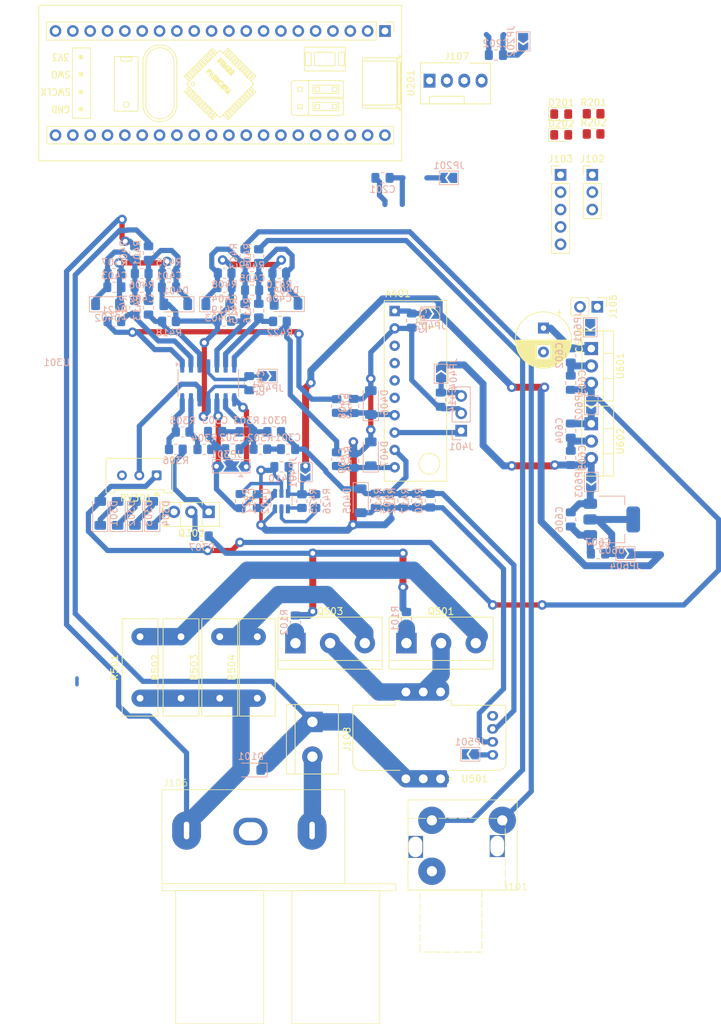
<source format=kicad_pcb>
(kicad_pcb (version 20240108) (generator "pcbnew") (generator_version "8.0")
  (layers (0 "F.Cu" signal) (31 "B.Cu" signal) (34 "B.Paste" user) (35 "F.Paste" user) (36 "B.SilkS" user "B.Silkscreen") (37 "F.SilkS" user "F.Silkscreen") (38 "B.Mask" user) (39 "F.Mask" user) (44 "Edge.Cuts" user))
  (net 0 "")
  (net 1 "/analog/scl")
  (net 3 "/analog/Iin_out")
  (net 4 "/analog/vin_out")
  (net 5 "/analog/vin_kelvin_out")
  (net 6 "/analog/3v3_adc")
  (net 7 "GND")
  (net 8 "/analog/alert")
  (net 9 "/analog/sda")
  (net 10 "Net-(C301-Pad2)")
  (net 11 "Net-(U301C--)")
  (net 12 "Net-(JP301-C)")
  (net 13 "Net-(C303-Pad1)")
  (net 14 "Net-(D401-K)")
  (net 15 "Net-(D402-K)")
  (net 16 "Net-(D403-K)")
  (net 17 "Net-(D404-K)")
  (net 18 "/analog/Iin-")
  (net 19 "/analog/3v3_dac")
  (net 20 "/analog/dac")
  (net 21 "/analog/12_opamp")
  (net 22 "Net-(JP601-B)")
  (net 23 "+12V")
  (net 24 "Net-(JP602-B)")
  (net 25 "+5V")
  (net 26 "Net-(JP603-B)")
  (net 27 "Net-(JP604-A)")
  (net 29 "Net-(D301-K)")
  (net 30 "Net-(D302-K)")
  (net 31 "Net-(D303-K)")
  (net 32 "Net-(D304-K)")
  (net 33 "/analog/vin_kelvin-")
  (net 34 "/analog/vin_kelvin+")
  (net 35 "+3V3")
  (net 36 "/supplies/input")
  (net 37 "/analog/vin+")
  (net 38 "GNDPWR")
  (net 40 "Net-(JP301-A)")
  (net 41 "/analog/5_temp_sensor")
  (net 42 "Net-(Q302-C)")
  (net 43 "Net-(Q302-B)")
  (net 44 "Net-(Q501-E)")
  (net 45 "/power/base1")
  (net 46 "Net-(Q501-C)")
  (net 47 "/power/base2")
  (net 48 "Net-(Q503-E)")
  (net 49 "Net-(U301D--)")
  (net 50 "Net-(R305-Pad2)")
  (net 51 "/driver/transistor_base")
  (net 52 "Net-(U301A-+)")
  (net 53 "Net-(U301A--)")
  (net 54 "Net-(U301B-+)")
  (net 55 "Net-(U301B--)")
  (net 56 "Net-(R421-Pad2)")
  (net 57 "Net-(R422-Pad2)")
  (net 58 "Net-(U402-VOUT)")
  (net 59 "Net-(U301D-+)")
  (net 61 "Net-(J106-Pin_1)")
  (net 62 "Net-(JP501-A)")
  (net 63 "/stm32/fan")
  (net 64 "/stm32/enable_5v_stm")
  (net 65 "/stm32/enable_3v3_stm")
  (net 69 "/stm32/uart_rx")
  (net 81 "/stm32/uart_tx")
  (net 83 "/stm32/load_bus_sda")
  (net 90 "/stm32/load_bus_scl")
  (net 93 "/analog/temperature_adc")
  (net 94 "Net-(U201-PB0)")
  (net 95 "Net-(U201-PB1)")
  (net 96 "Net-(D201-A)")
  (net 97 "Net-(D202-A)")
  (footprint "Load:Banana_PCB_2Pin" (layer "F.Cu") (at 171.975 158.875)
    (property "Reference" "J106")
    (property "Value" "dut")
  )
  (footprint "Resistor_THT:R_Box_L14.0mm_W5.0mm_P9.00mm" (layer "F.Cu") (at 168.752 130.992 90)
    (property "Reference" "R501")
    (property "Value" "R10 5W")
  )
  (footprint "LED_SMD:LED_0805_2012Metric_Pad1.15x1.40mm_HandSolder" (layer "F.Cu") (at 230.445 48.575)
    (property "Reference" "D202")
    (property "Value" "led_green")
  )
  (footprint "TerminalBlock:TerminalBlock_bornier-2_P5.08mm" (layer "F.Cu") (at 194 134.46 -90)
    (property "Reference" "J108")
    (property "Value" "fuse 20A")
  )
  (footprint "Package_TO_SOT_THT:TO-126-3_Vertical" (layer "F.Cu") (at 178.804 103.730716 180)
    (property "Reference" "Q302")
    (property "Value" "2sb1357")
  )
  (footprint "Resistor_THT:R_Box_L14.0mm_W5.0mm_P9.00mm" (layer "F.Cu") (at 174.752 130.992 90)
    (property "Reference" "R502")
    (property "Value" "R10 5W")
  )
  (footprint "Connector_PinHeader_2.54mm:PinHeader_1x02_P2.54mm_Vertical" (layer "F.Cu") (at 235.736 73.728 -90)
    (property "Reference" "J105")
    (property "Value" "vin")
  )
  (footprint "Connector_PinHeader_2.54mm:PinHeader_1x03_P2.54mm_Vertical" (layer "F.Cu") (at 235 54.42)
    (property "Reference" "J102")
    (property "Value" "uart")
  )
  (footprint "Resistor_THT:R_Box_L14.0mm_W5.0mm_P9.00mm" (layer "F.Cu") (at 185.928 130.992 90)
    (property "Reference" "R504")
    (property "Value" "R10 5W")
  )
  (footprint "Resistor_THT:R_Box_L14.0mm_W5.0mm_P9.00mm" (layer "F.Cu") (at 180.428 130.992 90)
    (property "Reference" "R503")
    (property "Value" "R10 5W")
  )
  (footprint "Package_TO_SOT_THT:TO-220-3_Vertical" (layer "F.Cu") (at 234.846 90.8405 -90)
    (property "Reference" "U602")
    (property "Value" "L7805")
  )
  (footprint "Sensor_Current:LEM_LTSR-NP" (layer "F.Cu") (at 212.776026 142.78 180)
    (property "Reference" "U501")
    (property "Value" "LTSR25-NP")
  )
  (footprint "Load:RCA" (layer "F.Cu") (at 208.25 159.07)
    (property "Reference" "J101")
    (property "Value" "vin_kelvin")
  )
  (footprint "Potentiometer_THT:Potentiometer_Bourns_3386W_Horizontal" (layer "F.Cu") (at 171.184 98.390716 180)
    (property "Reference" "RV301")
    (property "Value" "10k")
  )
  (footprint "Connector_PinHeader_2.54mm:PinHeader_1x05_P2.54mm_Vertical" (layer "F.Cu") (at 230.35 54.42)
    (property "Reference" "J103")
    (property "Value" "panel")
  )
  (footprint "Connector:FanPinHeader_1x04_P2.54mm_Vertical" (layer "F.Cu") (at 211.1615 40.64)
    (property "Reference" "J107")
    (property "Value" "fan")
  )
  (footprint "Resistor_SMD:R_0805_2012Metric_Pad1.20x1.40mm_HandSolder" (layer "F.Cu") (at 235.19 48.44)
    (property "Reference" "R202")
    (property "Value" "1k")
  )
  (footprint "Capacitor_THT:CP_Radial_D8.0mm_P3.50mm" (layer "F.Cu") (at 227.846 76.8405 -90)
    (property "Reference" "C601")
    (property "Value" "10u")
  )
  (footprint "dummyLoad:ADC1115_ADC_Module" (layer "F.Cu") (at 206.050142 74.347858)
    (property "Reference" "A401")
    (property "Value" "ADS1115_ADC_Module")
  )
  (footprint "LED_SMD:LED_0805_2012Metric_Pad1.15x1.40mm_HandSolder" (layer "F.Cu") (at 230.445 45.535)
    (property "Reference" "D201")
    (property "Value" "led_red")
  )
  (footprint "Package_TO_SOT_THT:TO-220-3_Vertical" (layer "F.Cu") (at 234.846 79.8405 -90)
    (property "Reference" "U601")
    (property "Value" "L7812")
  )
  (footprint "Resistor_SMD:R_0805_2012Metric_Pad1.20x1.40mm_HandSolder" (layer "F.Cu") (at 235.19 45.49)
    (property "Reference" "R201")
    (property "Value" "1k")
  )
  (footprint "Load:BluePill" (layer "F.Cu") (at 204.63 33.38 -90)
    (property "Reference" "U201")
    (property "Value" "BluePill" (hide yes))
  )
  (footprint "TerminalBlock:TerminalBlock_bornier-3_P5.08mm" (layer "F.Cu") (at 207.772 122.936)
    (property "Reference" "Q501")
    (property "Value" "2STC4468")
  )
  (footprint "TerminalBlock:TerminalBlock_bornier-3_P5.08mm" (layer "F.Cu") (at 191.516 122.936)
    (property "Reference" "Q503")
    (property "Value" "2STC4468")
  )
  (footprint "Capacitor_SMD:C_0805_2012Metric_Pad1.18x1.45mm_HandSolder" (layer "B.Cu") (at 190.434 94.552 180)
    (property "Reference" "C301")
    (property "Value" "C_Small")
  )
  (footprint "Capacitor_SMD:C_0805_2012Metric_Pad1.18x1.45mm_HandSolder" (layer "B.Cu") (at 200.050142 96.241858 -90)
    (property "Reference" "C409")
    (property "Value" "1u")
  )
  (footprint "Capacitor_SMD:C_0805_2012Metric_Pad1.18x1.45mm_HandSolder" (layer "B.Cu") (at 231.846 80.8405 -90)
    (property "Reference" "C602")
    (property "Value" "100n")
  )
  (footprint "Resistor_SMD:R_0805_2012Metric_Pad1.20x1.40mm_HandSolder" (layer "B.Cu") (at 181.144 68.815716)
    (property "Reference" "R408")
    (property "Value" "1k")
  )
  (footprint "Capacitor_SMD:C_0805_2012Metric_Pad1.18x1.45mm_HandSolder" (layer "B.Cu") (at 212.796 87.3145 90)
    (property "Reference" "C414")
    (property "Value" "100n")
  )
  (footprint "Capacitor_SMD:C_0805_2012Metric_Pad1.18x1.45mm_HandSolder" (layer "B.Cu") (at 184.744 84.903216 90)
    (property "Reference" "C413")
    (property "Value" "100n")
  )
  (footprint "Resistor_SMD:R_0805_2012Metric_Pad1.20x1.40mm_HandSolder" (layer "B.Cu") (at 211.264 102.092 -90)
    (property "Reference" "R420")
    (property "Value" "680R")
  )
  (footprint "Diode_SMD:D_MiniMELF" (layer "B.Cu") (at 162.929 103.950716 90)
    (property "Reference" "D301")
    (property "Value" "LL4148")
  )
  (footprint "Resistor_SMD:R_0805_2012Metric_Pad1.20x1.40mm_HandSolder" (layer "B.Cu") (at 168.994 68.865716)
    (property "Reference" "R406")
    (property "Value" "1k")
  )
  (footprint "Capacitor_SMD:C_0805_2012Metric_Pad1.18x1.45mm_HandSolder" (layer "B.Cu") (at 189.1065 70.815716)
    (property "Reference" "C406")
    (property "Value" "100n")
  )
  (footprint "Resistor_SMD:R_0805_2012Metric_Pad1.20x1.40mm_HandSolder" (layer "B.Cu") (at 184.144 74.315716 -90)
    (property "Reference" "R415")
    (property "Value" "100R")
  )
  (footprint "Package_SO:SOIC-14_3.9x8.7mm_P1.27mm" (layer "B.Cu") (at 178.744 84.865716 -90)
    (property "Reference" "U301")
    (property "Value" "LM324")
  )
  (footprint "Resistor_SMD:R_0805_2012Metric_Pad1.20x1.40mm_HandSolder" (layer "B.Cu") (at 205.264 102.092 -90)
    (property "Reference" "R411")
    (property "Value" "680R")
  )
  (footprint "Diode_SMD:D_MiniMELF" (layer "B.Cu") (at 190.144 73.315716 180)
    (property "Reference" "D404")
    (property "Value" "12V")
  )
  (footprint "Jumper:SolderJumper-2_P1.3mm_Open_TrianglePad1.0x1.5mm" (layer "B.Cu") (at 234.846 88.1155 -90)
    (property "Reference" "JP602")
    (property "Value" "enable_5v")
  )
  (footprint "Resistor_SMD:R_0805_2012Metric_Pad1.20x1.40mm_HandSolder" (layer "B.Cu") (at 174.994 92.040716 180)
    (property "Reference" "R305")
    (property "Value" "3k3")
  )
  (footprint "Resistor_SMD:R_0805_2012Metric_Pad1.20x1.40mm_HandSolder" (layer "B.Cu") (at 186.144 66.315716 -90)
    (property "Reference" "R404")
    (property "Value" "50k")
  )
  (footprint "Resistor_SMD:R_0805_2012Metric_Pad1.20x1.40mm_HandSolder" (layer "B.Cu") (at 178.169 94.580716 180)
    (property "Reference" "R304")
    (property "Value" "3k3")
  )
  (footprint "Resistor_SMD:R_0805_2012Metric_Pad1.20x1.40mm_HandSolder" (layer "B.Cu") (at 167.994 73.865716 -90)
    (property "Reference" "R414")
    (property "Value" "10k")
  )
  (footprint "Capacitor_SMD:C_0805_2012Metric_Pad1.18x1.45mm_HandSolder" (layer "B.Cu") (at 189.466 97.156)
    (property "Reference" "C410")
    (property "Value" "100n")
  )
  (footprint "Jumper:SolderJumper-2_P1.3mm_Open_TrianglePad1.0x1.5mm" (layer "B.Cu") (at 192.966 97.931 -90)
    (property "Reference" "JP401")
    (property "Value" "enable_dac")
  )
  (footprint "Resistor_SMD:R_0805_2012Metric_Pad1.20x1.40mm_HandSolder" (layer "B.Cu") (at 194.466 102.156 90)
    (property "Reference" "R426")
    (property "Value" "10k")
  )
  (footprint "Jumper:SolderJumper-2_P1.3mm_Open_TrianglePad1.0x1.5mm" (layer "B.Cu") (at 224.8775 34.899097 -90)
    (property "Reference" "JP202")
    (property "Value" "enable_3v3_stm")
  )
  (footprint "NetTie:NetTie-2_SMD_Pad0.5mm" (layer "B.Cu") (at 159.512 128.524 90)
    (property "Reference" "NT501" (hide yes))
    (property "Value" "NetTie_2" (hide yes))
  )
  (footprint "Diode_SMD:D_MiniMELF" (layer "B.Cu") (at 180.144 73.365716)
    (property "Reference" "D403")
    (property "Value" "12V")
  )
  (footprint "Resistor_SMD:R_0805_2012Metric_Pad1.20x1.40mm_HandSolder" (layer "B.Cu") (at 192.466 102.156 90)
    (property "Reference" "R425")
    (property "Value" "10k")
  )
  (footprint "Resistor_SMD:R_0805_2012Metric_Pad1.20x1.40mm_HandSolder" (layer "B.Cu") (at 184.144 66.315716 -90)
    (property "Reference" "R403")
    (property "Value" "50k")
  )
  (footprint "Jumper:SolderJumper-2_P1.3mm_Open_TrianglePad1.0x1.5mm" (layer "B.Cu") (at 234.696 76.728 -90)
    (property "Reference" "JP601")
    (property "Value" "enable_12v")
  )
  (footprint "Diode_SMD:D_MiniMELF" (layer "B.Cu") (at 173.994 73.365716 180)
    (property "Reference" "D401")
    (property "Value" "12V")
  )
  (footprint "Connector_PinHeader_2.54mm:PinHeader_1x03_P2.54mm_Vertical" (layer "B.Cu") (at 215.796 91.852)
    (property "Reference" "J401")
    (property "Value" "temp_sensor")
  )
  (footprint "Jumper:SolderJumper-2_P1.3mm_Open_TrianglePad1.0x1.5mm" (layer "B.Cu") (at 212.852 83.529 90)
    (property "Reference" "JP404")
    (property "Value" "enable_temp_sensor")
  )
  (footprint "Resistor_SMD:R_0805_2012Metric_Pad1.20x1.40mm_HandSolder" (layer "B.Cu") (at 173.994 94.580716)
    (property "Reference" "R306")
    (property "Value" "2k7")
  )
  (footprint "Diode_SMD:D_MiniMELF" (layer "B.Cu") (at 165.469 103.950716 90)
    (property "Reference" "D302")
    (property "Value" "LL4148")
  )
  (footprint "Resistor_SMD:R_0805_2012Metric_Pad1.20x1.40mm_HandSolder" (layer "B.Cu") (at 172.994 68.865716 180)
    (property "Reference" "R405")
    (property "Value" "1k")
  )
  (footprint "Resistor_SMD:R_0805_2012Metric_Pad1.20x1.40mm_HandSolder" (layer "B.Cu") (at 186.37 94.552 180)
    (property "Reference" "R302")
    (property "Value" "3k3")
  )
  (footprint "Capacitor_SMD:C_0805_2012Metric_Pad1.18x1.45mm_HandSolder" (layer "B.Cu") (at 231.846 104.8405 -90)
    (property "Reference" "C606")
    (property "Value" "100n")
  )
  (footprint "Diode_SMD:D_MiniMELF" (layer "B.Cu") (at 202.550142 95.241858 90)
    (property "Reference" "D407")
    (property "Value" "3.3 < V < 5.1")
  )
  (footprint "Resistor_SMD:R_0805_2012Metric_Pad1.20x1.40mm_HandSolder" (layer "B.Cu") (at 197.550142 96.012 90)
    (property "Reference" "R424")
    (property "Value" "500R")
  )
  (footprint "Diode_SMD:D_MiniMELF" (layer "B.Cu") (at 201.075858 102.108 -90)
    (property "Reference" "D405")
    (property "Value" "3.3 < V < 5.1")
  )
  (footprint "Resistor_SMD:R_0805_2012Metric_Pad1.20x1.40mm_HandSolder" (layer "B.Cu") (at 164.994 68.865716 180)
    (property "Reference" "R407")
    (property "Value" "1k")
  )
  (footprint "Resistor_SMD:R_0805_2012Metric_Pad1.20x1.40mm_HandSolder" (layer "B.Cu") (at 186.144 74.290716 -90)
    (property "Reference" "R416")
    (property "Value" "10k")
  )
  (footprint "Capacitor_SMD:C_0805_2012Metric_Pad1.18x1.45mm_HandSolder" (layer "B.Cu") (at 185.169 71.290716 180)
    (property "Reference" "C405")
    (property "Value" "10n")
  )
  (footprint "Resistor_SMD:R_0805_2012Metric_Pad1.20x1.40mm_HandSolder" (layer "B.Cu") (at 169.994 73.865716 -90)
    (property "Reference" "R413")
    (property "Value" "100R")
  )
  (footprint "Capacitor_SMD:C_0805_2012Metric_Pad1.18x1.45mm_HandSolder" (layer "B.Cu") (at 220.8775 36.899097 180)
    (property "Reference" "C202")
    (property "Value" "100n")
  )
  (footprint "Capacitor_SMD:C_0805_2012Metric_Pad1.18x1.45mm_HandSolder" (layer "B.Cu") (at 208.550142 75.741858 90)
    (property "Reference" "C412")
    (property "Value" "100n")
  )
  (footprint "Capacitor_SMD:C_0805_2012Metric_Pad1.18x1.45mm_HandSolder" (layer "B.Cu") (at 235.846 109.8405 180)
    (property "Reference" "C607")
    (property "Value" "100n")
  )
  (footprint "Jumper:SolderJumper-2_P1.3mm_Open_TrianglePad1.0x1.5mm" (layer "B.Cu") (at 187.469 83.865716)
    (property "Reference" "JP403")
    (property "Value" "enable_opamp")
  )
  (footprint "Diode_SMD:D_SMF" (layer "B.Cu") (at 185 141.5 180)
    (property "Reference" "D101")
    (property "Value" "SMF100A")
  )
  (footprint "Resistor_SMD:R_0805_2012Metric_Pad1.20x1.40mm_HandSolder" (layer "B.Cu") (at 185.144 69.315716 180)
    (property "Reference" "R409")
    (property "Value" "1k")
  )
  (footprint "Capacitor_SMD:C_0805_2012Metric_Pad1.18x1.45mm_HandSolder" (layer "B.Cu") (at 231.846 95.8405 90)
    (property "Reference" "C605")
    (property "Value" "100n")
  )
  (footprint "Jumper:SolderJumper-2_P1.3mm_Open_TrianglePad1.0x1.5mm" (layer "B.Cu") (at 239.846 109.8405)
    (property "Reference" "JP604")
    (property "Value" "enable_3v3_load")
  )
  (footprint "Resistor_SMD:R_0805_2012Metric_Pad1.20x1.40mm_HandSolder" (layer "B.Cu") (at 177.804 107.280716)
    (property "Reference" "R307")
    (property "Value" "10R")
  )
  (footprint "Resistor_SMD:R_0805_2012Metric_Pad1.20x1.40mm_HandSolder" (layer "B.Cu") (at 184.3325 92.012 180)
    (property "Reference" "R303")
    (property "Value" "3k3")
  )
  (footprint "Resistor_SMD:R_0805_2012Metric_Pad1.20x1.40mm_HandSolder" (layer "B.Cu") (at 207.264 102.092 -90)
    (property "Reference" "R412")
    (property "Value" "680R")
  )
  (footprint "Capacitor_SMD:C_0805_2012Metric_Pad1.18x1.45mm_HandSolder" (layer "B.Cu") (at 168.994 70.865716)
    (property "Reference" "C402")
    (property "Value" "10n")
  )
  (footprint "Capacitor_SMD:C_0805_2012Metric_Pad1.18x1.45mm_HandSolder" (layer "B.Cu") (at 200.050142 88.241858 -90)
    (property "Reference" "C408")
    (property "Value" "1u")
  )
  (footprint "Resistor_SMD:R_0805_2012Metric_Pad1.20x1.40mm_HandSolder" (layer "B.Cu") (at 164.994 75.865716 180)
    (property "Reference" "R421")
    (property "Value" "51k")
  )
  (footprint "Diode_SMD:D_MiniMELF" (layer "B.Cu") (at 163.994 73.365716)
    (property "Reference" "D402")
    (property "Value" "12V")
  )
  (footprint "Package_TO_SOT_SMD:SOT-23-6" (layer "B.Cu") (at 189.466 102.156 -90)
    (property "Reference" "U402")
    (property "Value" "MCP4725xxx-xCH")
  )
  (footprint "Capacitor_SMD:C_0805_2012Metric_Pad1.18x1.45mm_HandSolder" (layer "B.Cu") (at 181.1315 70.865716)
    (property "Reference" "C404")
    (property "Value" "100n")
  )
  (footprint "Resistor_SMD:R_0805_2012Metric_Pad1.20x1.40mm_HandSolder" (layer "B.Cu") (at 197.550142 88.241858 90)
    (property "Reference" "R423")
    (property "Value" "500R")
  )
  (footprint "Capacitor_SMD:C_0805_2012Metric_Pad1.18x1.45mm_HandSolder" (layer "B.Cu") (at 182.2845 94.552 180)
    (property "Reference" "C302")
    (property "Value" "C_Small")
  )
  (footprint "Diode_SMD:D_MiniMELF" (layer "B.Cu") (at 202.550142 87.741858 90)
    (property "Reference" "D406")
    (property "Value" "3.3 < V < 5.1")
  )
  (footprint "Resistor_SMD:R_0805_2012Metric_Pad1.20x1.40mm_HandSolder" (layer "B.Cu") (at 188.402 92.012 180)
    (property "Reference" "R301")
    (property "Value" "3k3")
  )
  (footprint "Resistor_SMD:R_0805_2012Metric_Pad1.20x1.40mm_HandSolder" (layer "B.Cu") (at 189.144 68.815716)
    (property "Reference" "R410")
    (property "Value" "1k")
  )
  (footprint "Jumper:SolderJumper-2_P1.3mm_Open_TrianglePad1.0x1.5mm" (layer "B.Cu") (at 213.9925 54.864 180)
    (property "Reference" "JP201")
    (property "Value" "enable_5v_stm")
  )
  (footprint "Capacitor_SMD:C_0805_2012Metric_Pad1.18x1.45mm_HandSolder" (layer "B.Cu") (at 231.846 84.8405 90)
    (property "Reference" "C603")
    (property "Value" "100n")
  )
  (footprint "NetTie:NetTie-2_SMD_Pad0.5mm" (layer "B.Cu") (at 205.534142 103.773858 90)
    (property "Reference" "NT401" (hide yes))
    (property "Value" "NetTie_2" (hide yes))
  )
  (footprint "Diode_SMD:D_MiniMELF" (layer "B.Cu") (at 170.549 103.950716 90)
    (property "Reference" "D304")
    (property "Value" "LL4148")
  )
  (footprint "Capacitor_SMD:C_0805_2012Metric_Pad1.18x1.45mm_HandSolder" (layer "B.Cu") (at 179.7445 92.012 180)
    (property "Reference" "C303")
    (property "Value" "C_Small")
  )
  (footprint "Resistor_SMD:R_0805_2012Metric_Pad1.20x1.40mm_HandSolder" (layer "B.Cu") (at 169.994 65.865716 -90)
    (property "Reference" "R401")
    (property "Value" "50k")
  )
  (footprint "Resistor_SMD:R_0805_2012Metric_Pad1.20x1.40mm_HandSolder" (layer "B.Cu") (at 167.994 65.865716 -90)
    (property "Reference" "R402")
    (property "Value" "50k")
  )
  (footprint "Jumper:SolderJumper-2_P1.3mm_Open_TrianglePad1.0x1.5mm" (layer "B.Cu") (at 211.275142 74.741858)
    (property "Reference" "JP402")
    (property "Value" "enable_adc")
  )
  (footprint "Capacitor_SMD:C_0805_2012Metric_Pad1.18x1.45mm_HandSolder" (layer "B.Cu") (at 183.466 102.156 90)
    (property "Reference" "C411")
    (property "Value" "100n")
  )
  (footprint "Jumper:SolderJumper-2_P1.3mm_Open_TrianglePad1.0x1.5mm" (layer "B.Cu") (at 217.133 139.192 180)
    (property "Reference" "JP501")
    (property "Value" "LTSR25_ON")
  )
  (footprint "Package_TO_SOT_SMD:SOT-223-3_TabPin2" (layer "B.Cu") (at 237.846 104.8405)
    (property "Reference" "U603")
    (property "Value" "LM1117MP-3.3")
  )
  (footprint "Capacitor_SMD:C_0805_2012Metric_Pad1.18x1.45mm_HandSolder" (layer "B.Cu") (at 172.994 70.865716 180)
    (property "Reference" "C401")
    (property "Value" "100n")
  )
  (footprint "Resistor_SMD:R_0805_2012Metric_Pad1.20x1.40mm_HandSolder" (layer "B.Cu") (at 172.994 75.865716)
    (property "Reference" "R418")
    (property "Value" "51k")
  )
  (footprint "Diode_SMD:D_MiniMELF" (layer "B.Cu") (at 168.009 103.950716 90)
    (property "Reference" "D303")
    (property "Value" "LL4148")
  )
  (footprint "Jumper:SolderJumper-2_P1.3mm_Open_TrianglePad1.0x1.5mm" (layer "B.Cu") (at 234.846 99.3405 -90)
    (property "Reference" "JP603")
    (property "Value" "enable_3v3")
  )
  (footprint "Resistor_SMD:R_0805_2012Metric_Pad1.20x1.40mm_HandSolder" (layer "B.Cu") (at 181.094 75.815716 180)
    (property "Reference" "R419")
    (property "Value" "51k")
  )
  (footprint "Resistor_SMD:R_0805_2012Metric_Pad1.20x1.40mm_HandSolder" (layer "B.Cu") (at 207.772 119.38 -90)
    (property "Reference" "R101")
    (property "Value" "10R")
  )
  (footprint "Capacitor_SMD:C_0805_2012Metric_Pad1.18x1.45mm_HandSolder" (layer "B.Cu") (at 231.846 91.8405 -90)
    (property "Reference" "C604")
    (property "Value" "100n")
  )
  (footprint "Resistor_SMD:R_0805_2012Metric_Pad1.20x1.40mm_HandSolder" (layer "B.Cu") (at 189.244 75.865716)
    (property "Reference" "R422")
    (property "Value" "51k")
  )
  (footprint "Resistor_SMD:R_0805_2012Metric_Pad1.20x1.40mm_HandSolder" (layer "B.Cu") (at 191.516 119.888 -90)
    (property "Reference" "R102")
    (property "Value" "10R")
  )
  (footprint "Resistor_SMD:R_0805_2012Metric_Pad1.20x1.40mm_HandSolder" (layer "B.Cu") (at 209.264 102.092 -90)
    (property "Reference" "R417")
    (property "Value" "680R")
  )
  (footprint "Capacitor_SMD:C_0805_2012Metric_Pad1.18x1.45mm_HandSolder" (layer "B.Cu") (at 204.2675 54.864)
    (property "Reference" "C201")
    (property "Value" "100n")
  )
  (footprint "Jumper:SolderJumper-3_P2.0mm_Open_TrianglePad1.0x1.5mm" (layer "B.Cu") (at 182.122 97.092 180)
    (property "Reference" "JP301")
    (property "Value" "enable_analog_feedback")
  )
  (footprint "Capacitor_SMD:C_0805_2012Metric_Pad1.18x1.45mm_HandSolder" (layer "B.Cu") (at 203.264 102.092 90)
    (property "Reference" "C407")
    (property "Value" "1u")
  )
  (footprint "Resistor_SMD:R_0805_2012Metric_Pad1.20x1.40mm_HandSolder" (layer "B.Cu") (at 185.966 102.156 -90)
    (property "Reference" "R427")
    (property "Value" "1k")
  )
  (footprint "Capacitor_SMD:C_0805_2012Metric_Pad1.18x1.45mm_HandSolder" (layer "B.Cu") (at 164.994 70.865716 180)
    (property "Reference" "C403")
    (property "Value" "100n")
  )
  (segment (start 193.066 105.156) (end 189.966 105.156) (width 0.508) (layer "B.Cu") (net 1))
  (segment (start 189.466 104.656) (end 189.466 104.299918) (width 0.508) (layer "B.Cu") (net 1))
  (segment (start 194.466 103.156) (end 194.466 103.756) (width 0.508) (layer "B.Cu") (net 1))
  (segment (start 189.466 103.156) (end 189.466 104.156) (width 0.508) (layer "B.Cu") (net 1))
  (segment (start 189.966 105.156) (end 189.466 104.656) (width 0.508) (layer "B.Cu") (net 1))
  (segment (start 194.466 103.756) (end 193.066 105.156) (width 0.508) (layer "B.Cu") (net 1))
  (segment (start 215.520142 92.127858) (end 215.796 91.852) (width 0.762) (layer "B.Cu") (net 3))
  (segment (start 203.264 101.0545) (end 201.772358 101.0545) (width 0.762) (layer "B.Cu") (net 3))
  (segment (start 207.701142 98.654858) (end 207.701142 96.318858) (width 0.762) (layer "B.Cu") (net 3))
  (segment (start 206.050142 92.127858) (end 215.520142 92.127858) (width 0.762) (layer "B.Cu") (net 3))
  (segment (start 213.0515 101.0545) (end 223.52 111.523) (width 0.762) (layer "B.Cu") (net 3))
  (segment (start 223.52 132.795711) (end 220.838211 135.4775) (width 0.762) (layer "B.Cu") (net 3))
  (segment (start 203.264 101.0545) (end 213.0515 101.0545) (width 0.762) (layer "B.Cu") (net 3))
  (segment (start 192.826308 94.552) (end 195.961142 97.686834) (width 0.762) (layer "B.Cu") (net 3))
  (segment (start 207.701142 96.318858) (end 206.050142 94.667858) (width 0.762) (layer "B.Cu") (net 3))
  (segment (start 191.4715 94.0815) (end 189.402 92.012) (width 0.762) (layer "B.Cu") (net 3))
  (segment (start 195.961142 97.840716) (end 198.478426 100.358) (width 0.762) (layer "B.Cu") (net 3))
  (segment (start 198.478426 100.358) (end 201.075858 100.358) (width 0.762) (layer "B.Cu") (net 3))
  (segment (start 201.772358 101.0545) (end 201.075858 100.358) (width 0.762) (layer "B.Cu") (net 3))
  (segment (start 191.4715 94.552) (end 191.4715 94.0815) (width 0.762) (layer "B.Cu") (net 3))
  (segment (start 191.4715 94.552) (end 192.826308 94.552) (width 0.762) (layer "B.Cu") (net 3))
  (segment (start 195.961142 97.686834) (end 195.961142 97.840716) (width 0.762) (layer "B.Cu") (net 3))
  (segment (start 220.838211 135.4775) (end 220.396026 135.4775) (width 0.762) (layer "B.Cu") (net 3))
  (segment (start 205.264 101.092) (end 207.701142 98.654858) (width 0.762) (layer "B.Cu") (net 3))
  (segment (start 223.52 111.523) (end 223.52 132.795711) (width 0.762) (layer "B.Cu") (net 3))
  (segment (start 205.954142 89.491858) (end 206.050142 89.587858) (width 0.762) (layer "B.Cu") (net 4))
  (segment (start 197.550142 89.241858) (end 202.300142 89.241858) (width 0.762) (layer "B.Cu") (net 4))
  (segment (start 202.337642 89.279358) (end 202.550142 89.491858) (width 0.762) (layer "B.Cu") (net 4))
  (segment (start 202.550142 89.491858) (end 205.954142 89.491858) (width 0.762) (layer "B.Cu") (net 4))
  (segment (start 202.300142 89.241858) (end 202.550142 89.491858) (width 0.762) (layer "B.Cu") (net 4))
  (segment (start 200.050142 89.279358) (end 202.337642 89.279358) (width 0.762) (layer "B.Cu") (net 4))
  (segment (start 206.016142 97.241858) (end 206.050142 97.207858) (width 0.762) (layer "B.Cu") (net 5))
  (segment (start 197.550142 97.241858) (end 206.016142 97.241858) (width 0.762) (layer "B.Cu") (net 5))
  (segment (start 210.512642 74.704358) (end 210.550142 74.741858) (width 0.762) (layer "B.Cu") (net 6))
  (segment (start 208.550142 74.704358) (end 210.512642 74.704358) (width 0.762) (layer "B.Cu") (net 6))
  (segment (start 208.193642 74.347858) (end 208.550142 74.704358) (width 0.762) (layer "B.Cu") (net 6))
  (segment (start 206.050142 74.347858) (end 208.193642 74.347858) (width 0.762) (layer "B.Cu") (net 6))
  (segment (start 172.72 67.080825) (end 172.491924 67.308901) (width 0.762) (layer "F.Cu") (net 7))
  (segment (start 181.356 67.056) (end 181.840153 67.540153) (width 0.762) (layer "F.Cu") (net 7))
  (segment (start 202.550142 91.741858) (end 202.550142 84.241858) (width 0.762) (layer "F.Cu") (net 7))
  (segment (start 172.491924 67.308901) (end 165.665901 67.308901) (width 0.762) (layer "F.Cu") (net 7))
  (segment (start 200 93.5) (end 200 105.567163) (width 1.016) (layer "F.Cu") (net 7))
  (segment (start 188.791789 67.540153) (end 189.441509 66.890433) (width 0.762) (layer "F.Cu") (net 7))
  (segment (start 186.466 97.656) (end 186.466 105.656) (width 0.508) (layer "F.Cu") (net 7))
  (segment (start 200 105.567163) (end 199.945764 105.621399) (width 1.016) (layer "F.Cu") (net 7))
  (segment (start 181.840153 67.540153) (end 188.791789 67.540153) (width 0.762) (layer "F.Cu") (net 7))
  (segment (start 178.17 78.972) (end 178.17 89.641442) (width 0.762) (layer "F.Cu") (net 7))
  (segment (start 178.17 89.641442) (end 178.031006 89.780436) (width 0.762) (layer "F.Cu") (net 7))
  (via (at 180.848 66.890433) (size 1.4) (drill 0.7) (layers "F.Cu" "B.Cu") (net 7))
  (via (at 202.550142 84.241858) (size 1.4) (drill 0.7) (layers "F.Cu" "B.Cu") (net 7))
  (via (at 202.550142 91.741858) (size 1.4) (drill 0.7) (layers "F.Cu" "B.Cu") (net 7))
  (via (at 178.17 78.972) (size 1.4) (drill 0.7) (layers "F.Cu" "B.Cu") (net 7))
  (via (at 199.945764 105.621399) (size 1.4) (drill 0.7) (layers "F.Cu" "B.Cu") (net 7))
  (via (at 165.665901 67.308901) (size 1.4) (drill 0.7) (layers "F.Cu" "B.Cu") (net 7))
  (via (at 178.031006 89.780436) (size 1.4) (drill 0.7) (layers "F.Cu" "B.Cu") (net 7))
  (via (at 172.72 67.080825) (size 1.4) (drill 0.7) (layers "F.Cu" "B.Cu") (net 7))
  (via (at 200 93.5) (size 1.4) (drill 0.7) (layers "F.Cu" "B.Cu") (net 7))
  (via (at 186.466 105.656) (size 1.4) (drill 0.7) (layers "F.Cu" "B.Cu") (net 7))
  (via (at 186.466 97.656) (size 1.4) (drill 0.7) (layers "F.Cu" "B.Cu") (net 7))
  (via (at 189.441509 66.890433) (size 1.4) (drill 0.7) (layers "F.Cu" "B.Cu") (net 7))
  (segment (start 233.1085 107.1405) (end 234.696 107.1405) (width 1.016) (layer "B.Cu") (net 7))
  (segment (start 234.696 107.1405) (end 234.696 109.728) (width 1.016) (layer "B.Cu") (net 7))
  (segment (start 187.9285 97.656) (end 188.4285 97.156) (width 0.762) (layer "B.Cu") (net 7))
  (segment (start 201.337642 87.204358) (end 202.550142 85.991858) (width 0.762) (layer "B.Cu") (net 7))
  (segment (start 188.4285 98.3685) (end 189.404 99.344) (width 0.508) (layer "B.Cu") (net 7))
  (segment (start 188.404 103.718) (end 188.404 103.2935) (width 0.508) (layer "B.Cu") (net 7))
  (segment (start 171.994 68.865716) (end 171.994 73.115716) (width 0.762) (layer "B.Cu") (net 7))
  (segment (start 186.466 105.656) (end 187.236 106.426) (width 1.016) (layer "B.Cu") (net 7))
  (segment (start 200.050142 95.204358) (end 200.050142 93.550142) (width 1.016) (layer "B.Cu") (net 7))
  (segment (start 181.356 67.056) (end 182.144 67.844) (width 0.762) (layer "B.Cu") (net 7))
  (segment (start 231.846 92.878) (end 231.846 94.803) (width 1.016) (layer "B.Cu") (net 7))
  (segment (start 202.550142 84.241858) (end 202.550142 80.387858) (width 0.762) (layer "B.Cu") (net 7))
  (segment (start 180.094 77.048) (end 180.094 75.815716) (width 0.762) (layer "B.Cu") (net 7))
  (segment (start 180.094 75.815716) (end 174.044 75.815716) (width 0.762) (layer "B.Cu") (net 7))
  (segment (start 208.550142 76.779358) (end 208.550142 84.461358) (width 0.762) (layer "B.Cu") (net 7))
  (segment (start 215.422142 88.645858) (end 213.089858 88.645858) (width 0.762) (layer "B.Cu") (net 7))
  (segment (start 208.441642 76.887858) (end 208.550142 76.779358) (width 0.762) (layer "B.Cu") (net 7))
  (segment (start 189.404 99.594) (end 189.466 99.656) (width 0.508) (layer "B.Cu") (net 7))
  (segment (start 187.236 106.426) (end 199.141163 106.426) (width 1.016) (layer "B.Cu") (net 7))
  (segment (start 171.994 67.806825) (end 171.994 68.865716) (width 0.762) (layer "B.Cu") (net 7))
  (segment (start 178.744 87.340716) (end 178.744 86.341798) (width 0.508) (layer "B.Cu") (net 7))
  (segment (start 203.8265 55.4605) (end 203.23 54.864) (width 0.762) (layer "B.Cu") (net 7))
  (segment (start 203.8265 57.423) (end 203.8265 55.4605) (width 0.762) (layer "B.Cu") (net 7))
  (segment (start 234.846 93.3805) (end 232.3485 93.3805) (width 1.016) (layer "B.Cu") (net 7))
  (segment (start 186.466 97.656) (end 187.9285 97.656) (width 0.762) (layer "B.Cu") (net 7))
  (segment (start 189.441509 66.890433) (end 188.144 68.187942) (width 0.762) (layer "B.Cu") (net 7))
  (segment (start 200.050142 87.204358) (end 201.337642 87.204358) (width 0.762) (layer "B.Cu") (net 7))
  (segment (start 234.846 82.3805) (end 232.3485 82.3805) (width 1.016) (layer "B.Cu") (net 7))
  (segment (start 165.994 68.865716) (end 165.994 67.637) (width 0.762) (layer "B.Cu") (net 7))
  (segment (start 178.17 78.972) (end 180.094 77.048) (width 0.762) (layer "B.Cu") (net 7))
  (segment (start 204.6275 58.764) (end 204.6275 58.224) (width 0.762) (layer "B.Cu") (net 7))
  (segment (start 165.744 69.115716) (end 165.994 68.865716) (width 0.762) (layer "B.Cu") (net 7))
  (segment (start 178.031006 89.780436) (end 178.744 89.067442) (width 0.762) (layer "B.Cu") (net 7))
  (segment (start 184.185 85.381716) (end 184.744 85.940716) (width 0.508) (layer "B.Cu") (net 7))
  (segment (start 173.994 75.865716) (end 173.994 74.465716) (width 0.762) (layer "B.Cu") (net 7))
  (segment (start 178.744 89.067442) (end 178.744 87.340716) (width 0.762) (layer "B.Cu") (net 7))
  (segment (start 182.144 67.844) (end 182.144 68.815716) (width 0.762) (layer "B.Cu") (net 7))
  (segment (start 232.3485 82.3805) (end 231.846 81.878) (width 1.016) (layer "B.Cu") (net 7))
  (segment (start 204.6275 58.224) (end 203.8265 57.423) (width 0.762) (layer "B.Cu") (net 7))
  (segment (start 234.696 109.728) (end 234.8085 109.8405) (width 1.016) (layer "B.Cu") (net 7))
  (segment (start 173.994 74.465716) (end 172.894 73.365716) (width 0.762) (layer "B.Cu") (net 7))
  (segment (start 188.144 68.815716) (end 188.144 73.065716) (width 0.762) (layer "B.Cu") (net 7))
  (segment (start 186.466 99.594) (end 186.466 97.656) (width 0.508) (layer "B.Cu") (net 7))
  (segment (start 179.704082 85.381716) (end 184.185 85.381716) (width 0.508) (layer "B.Cu") (net 7))
  (segment (start 208.550142 84.461358) (end 212.440784 88.352) (width 0.762) (layer "B.Cu") (net 7))
  (segment (start 200.050142 93.550142) (end 200 93.5) (width 1.016) (layer "B.Cu") (net 7))
  (segment (start 178.744 86.341798) (end 179.704082 85.381716) (width 0.508) (layer "B.Cu") (net 7))
  (segment (start 186.466 99.594) (end 189.404 99.594) (width 0.508) (layer "B.Cu") (net 7))
  (segment (start 188.144 68.187942) (end 188.144 68.815716) (width 0.762) (layer "B.Cu") (net 7))
  (segment (start 184.9905 99.594) (end 186.466 99.594) (width 0.508) (layer "B.Cu") (net 7))
  (segment (start 186.466 105.656) (end 188.404 103.718) (width 0.508) (layer "B.Cu") (net 7))
  (segment (start 231.846 92.878) (end 232.3485 93.3805) (width 1.016) (layer "B.Cu") (net 7))
  (segment (start 182.144 73.348) (end 180.094 75.398) (width 0.762) (layer "B.Cu") (net 7))
  (segment (start 215.796 89.019716) (end 215.422142 88.645858) (width 0.762) (layer "B.Cu") (net 7))
  (segment (start 199.141163 106.426) (end 199.945764 105.621399) (width 1.016) (layer "B.Cu") (net 7))
  (segment (start 199.945764 105.621399) (end 204.620743 105.621399) (width 1.016) (layer "B.Cu") (net 7))
  (segment (start 165.994 67.637) (end 165.665901 67.308901) (width 0.762) (layer "B.Cu") (net 7))
  (segment (start 183.466 101.1185) (end 184.9905 99.594) (width 0.508) (layer "B.Cu") (net 7))
  (segment (start 171.994 73.115716) (end 172.244 73.365716) (width 0.762) (layer "B.Cu") (net 7))
  (segment (start 200.050142 95.204358) (end 200.837642 95.204358) (width 0.762) (layer "B.Cu") (net 7))
  (segment (start 188.144 73.065716) (end 188.394 73.315716) (width 0.762) (layer "B.Cu") (net 7))
  (segment (start 219.84 34.261597) (end 219.4775 33.899097) (width 0.762) (layer "B.Cu") (net 7))
  (segment (start 165.744 73.365716) (end 165.744 69.115716) (width 0.762) (layer "B.Cu") (net 7))
  (segment (start 204.620743 105.621399) (end 205.534142 104.708) (width 1.016) (layer "B.Cu") (net 7))
  (segment (start 219.84 36.899097) (end 219.84 34.261597) (width 0.762) (layer "B.Cu") (net 7))
  (segment (start 206.050142 76.887858) (end 208.441642 76.887858) (width 0.762) (layer "B.Cu") (net 7))
  (segment (start 200.837642 95.204358) (end 202.550142 93.491858) (width 0.762) (layer "B.Cu") (net 7))
  (segment (start 188.4285 97.156) (end 188.4285 98.3685) (width 0.508) (layer "B.Cu") (net 7))
  (segment (start 202.550142 85.991858) (end 202.550142 84.241858) (width 0.762) (layer "B.Cu") (net 7))
  (segment (start 172.894 73.365716) (end 172.244 73.365716) (width 0.762) (layer "B.Cu") (net 7))
  (segment (start 174.044 75.815716) (end 173.994 75.865716) (width 0.762) (layer "B.Cu") (net 7))
  (segment (start 189.404 99.344) (end 189.404 99.594) (width 0.508) (layer "B.Cu") (net 7))
  (segment (start 215.796 89.312) (end 215.796 89.019716) (width 0.762) (layer "B.Cu") (net 7))
  (segment (start 189.466 99.406) (end 189.466 100.906) (width 0.508) (layer "B.Cu") (net 7))
  (segment (start 172.72 67.080825) (end 171.994 67.806825) (width 0.762) (layer "B.Cu") (net 7))
  (segment (start 213.089858 88.645858) (end 212.796 88.352) (width 0.762) (layer "B.Cu") (net 7))
  (segment (start 212.440784 88.352) (end 212.796 88.352) (width 0.762) (layer "B.Cu") (net 7))
  (segment (start 231.846 81.878) (end 231.846 83.803) (width 1.016) (layer "B.Cu") (net 7))
  (segment (start 182.144 68.815716) (end 182.144 73.348) (width 0.762) (layer "B.Cu") (net 7))
  (segment (start 202.550142 80.387858) (end 206.050142 76.887858) (width 0.762) (layer "B.Cu") (net 7))
  (segment (start 180.094 75.398) (end 180.094 75.815716) (width 0.762) (layer "B.Cu") (net 7))
  (segment (start 231.846 105.878) (end 233.1085 107.1405) (width 1.016) (layer "B.Cu") (net 7))
  (segment (start 202.550142 93.491858) (end 202.550142 91.741858) (width 0.762) (layer "B.Cu") (net 7))
  (segment (start 192.466 103.156) (end 190.6655 103.156) (width 0.508) (layer "B.Cu") (net 9))
  (segment (start 190.6655 103.156) (end 190.528 103.2935) (width 0.508) (layer "B.Cu") (net 9))
  (segment (start 189.3965 94.552) (end 187.37 94.552) (width 0.762) (layer "B.Cu") (net 10))
  (segment (start 181.284 87.340716) (end 181.284 88.51924) (width 0.762) (layer "B.Cu") (net 11))
  (segment (start 185.37 92.0495) (end 185.3325 92.012) (width 0.762) (layer "B.Cu") (net 11))
  (segment (start 184.273 90.423) (end 185.3325 91.4825) (width 0.762) (layer "B.Cu") (net 11))
  (segment (start 185.3325 92.5415) (end 185.3325 92.012) (width 0.762) (layer "B.Cu") (net 11))
  (segment (start 183.322 94.552) (end 185.3325 92.5415) (width 0.762) (layer "B.Cu") (net 11))
  (segment (start 181.284 88.51924) (end 183.18776 90.423) (width 0.762) (layer "B.Cu") (net 11))
  (segment (start 185.37 94.552) (end 185.37 92.0495) (width 0.762) (layer "B.Cu") (net 11))
  (segment (start 187.402 92.012) (end 185.3325 92.012) (width 0.762) (layer "B.Cu") (net 11))
  (segment (start 183.18776 90.423) (end 184.273 90.423) (width 0.762) (layer "B.Cu") (net 11))
  (segment (start 185.3325 91.4825) (end 185.3325 92.012) (width 0.762) (layer "B.Cu") (net 11))
  (segment (start 178.707 92.737) (end 180.144 94.174) (width 0.762) (layer "B.Cu") (net 12))
  (segment (start 179.4565 94.868216) (end 179.169 94.580716) (width 0.762) (layer "B.Cu") (net 12))
  (segment (start 179.737284 94.580716) (end 180.144 94.174) (width 0.762) (layer "B.Cu") (net 12))
  (segment (start 180.522 94.552) (end 181.247 94.552) (width 0.762) (layer "B.Cu") (net 12))
  (segment (start 181.247 95.702693) (end 182.122 96.577693) (width 0.762) (layer "B.Cu") (net 12))
  (segment (start 182.122 96.577693) (end 182.122 97.092) (width 0.762) (layer "B.Cu") (net 12))
  (segment (start 178.707 92.012) (end 178.707 92.737) (width 0.762) (layer "B.Cu") (net 12))
  (segment (start 179.169 94.580716) (end 179.737284 94.580716) (width 0.762) (layer "B.Cu") (net 12))
  (segment (start 181.247 94.552) (end 181.247 95.702693) (width 0.762) (layer "B.Cu") (net 12))
  (segment (start 180.144 94.174) (end 180.522 94.552) (width 0.762) (layer "B.Cu") (net 12))
  (segment (start 183.3325 92.012) (end 180.782 92.012) (width 0.762) (layer "B.Cu") (net 13))
  (segment (start 173.994 68.088788) (end 174.309 67.773788) (width 0.762) (layer "B.Cu") (net 14))
  (segment (start 171.785607 65.491825) (end 170.411716 66.865716) (width 0.762) (layer "B.Cu") (net 14))
  (segment (start 174.0315 70.865716) (end 174.0315 68.903216) (width 0.762) (layer "B.Cu") (net 14))
  (segment (start 170.411716 66.865716) (end 169.994 66.865716) (width 0.762) (layer "B.Cu") (net 14))
  (segment (start 175.744 72.578216) (end 174.0315 70.865716) (width 0.762) (layer "B.Cu") (net 14))
  (segment (start 174.309 66.422639) (end 173.378186 65.491825) (width 0.762) (layer "B.Cu") (net 14))
  (segment (start 174.0315 68.903216) (end 173.994 68.865716) (width 0.762) (layer "B.Cu") (net 14))
  (segment (start 169.994 66.865716) (end 169.994 72.865716) (width 0.762) (layer "B.Cu") (net 14))
  (segment (start 173.378186 65.491825) (end 171.785607 65.491825) (width 0.762) (layer "B.Cu") (net 14))
  (segment (start 175.744 73.365716) (end 175.744 72.578216) (width 0.762) (layer "B.Cu") (net 14))
  (segment (start 174.309 67.773788) (end 174.309 66.422639) (width 0.762) (layer "B.Cu") (net 14))
  (segment (start 173.994 68.088788) (end 173.994 68.865716) (width 0.762) (layer "B.Cu") (net 14))
  (segment (start 163.9565 68.903216) (end 163.994 68.865716) (width 0.762) (layer "B.Cu") (net 15))
  (segment (start 167.994 66.865716) (end 167.994 72.865716) (width 0.762) (layer "B.Cu") (net 15))
  (segment (start 166.324087 65.719901) (end 167.469902 66.865716) (width 0.762) (layer "B.Cu") (net 15))
  (segment (start 162.244 73.365716) (end 162.244 72.578216) (width 0.762) (layer "B.Cu") (net 15))
  (segment (start 163.994 68.865716) (end 163.994 66.733616) (width 0.762) (layer "B.Cu") (net 15))
  (segment (start 163.9565 70.865716) (end 163.9565 68.903216) (width 0.762) (layer "B.Cu") (net 15))
  (segment (start 162.244 72.578216) (end 163.9565 70.865716) (width 0.762) (layer "B.Cu") (net 15))
  (segment (start 167.469902 66.865716) (end 167.994 66.865716) (width 0.762) (layer "B.Cu") (net 15))
  (segment (start 163.994 66.733616) (end 165.007715 65.719901) (width 0.762) (layer "B.Cu") (net 15))
  (segment (start 165.007715 65.719901) (end 166.324087 65.719901) (width 0.762) (layer "B.Cu") (net 15))
  (segment (start 178.394 72.565716) (end 180.094 70.865716) (width 0.762) (layer "B.Cu") (net 16))
  (segment (start 180.094 70.865716) (end 180.094 68.865716) (width 0.762) (layer "B.Cu") (net 16))
  (segment (start 178.394 73.365716) (end 178.394 72.565716) (width 0.762) (layer "B.Cu") (net 16))
  (segment (start 179.259 66.105) (end 180.062567 65.301433) (width 0.762) (layer "B.Cu") (net 16))
  (segment (start 184.144 67.315716) (end 184.055 67.226716) (width 0.762) (layer "B.Cu") (net 16))
  (segment (start 179.259 67.930716) (end 179.259 66.105) (width 0.762) (layer "B.Cu") (net 16))
  (segment (start 180.144 68.815716) (end 179.259 67.930716) (width 0.762) (layer "B.Cu") (net 16))
  (segment (start 184.144 73.315716) (end 184.144 67.315716) (width 0.762) (layer "B.Cu") (net 16))
  (segment (start 180.094 68.865716) (end 180.144 68.815716) (width 0.762) (layer "B.Cu") (net 16))
  (segment (start 180.062567 65.301433) (end 181.712001 65.301433) (width 0.762) (layer "B.Cu") (net 16))
  (segment (start 181.712001 65.301433) (end 183.726284 67.315716) (width 0.762) (layer "B.Cu") (net 16))
  (segment (start 180.144 68.398) (end 180.144 68.815716) (width 0.762) (layer "B.Cu") (net 16))
  (segment (start 183.726284 67.315716) (end 184.144 67.315716) (width 0.762) (layer "B.Cu") (net 16))
  (segment (start 191.030509 67.929207) (end 191.030509 66.232247) (width 0.762) (layer "B.Cu") (net 17))
  (segment (start 190.144 70.815716) (end 190.144 68.815716) (width 0.762) (layer "B.Cu") (net 17))
  (segment (start 186.144 73.290716) (end 186.144 67.315716) (width 0.762) (layer "B.Cu") (net 17))
  (segment (start 190.144 68.815716) (end 191.030509 67.929207) (width 0.762) (layer "B.Cu") (net 17))
  (segment (start 190.099695 65.301433) (end 188.783323 65.301433) (width 0.762) (layer "B.Cu") (net 17))
  (segment (start 186.76904 67.315716) (end 186.144 67.315716) (width 0.762) (layer "B.Cu") (net 17))
  (segment (start 190.144 68.315716) (end 190.144 68.815716) (width 0.762) (layer "B.Cu") (net 17))
  (segment (start 186.144 67.315716) (end 186.233 67.226716) (width 0.762) (layer "B.Cu") (net 17))
  (segment (start 191.894 73.315716) (end 191.894 72.565716) (width 0.762) (layer "B.Cu") (net 17))
  (segment (start 191.030509 66.232247) (end 190.099695 65.301433) (width 0.762) (layer "B.Cu") (net 17))
  (segment (start 188.783323 65.301433) (end 186.76904 67.315716) (width 0.762) (layer "B.Cu") (net 17))
  (segment (start 191.894 72.565716) (end 190.144 70.815716) (width 0.762) (layer "B.Cu") (net 17))
  (segment (start 221.996 112.074) (end 221.996 129.625341) (width 0.762) (layer "B.Cu") (net 18))
  (segment (start 218.44 136.788474) (end 219.034026 137.3825) (width 0.762) (layer "B.Cu") (net 18))
  (segment (start 202.5355 103.858) (end 203.264 103.1295) (width 0.762) (layer "B.Cu") (net 18))
  (segment (start 201.075858 103.858) (end 202.5355 103.858) (width 0.762) (layer "B.Cu") (net 18))
  (segment (start 213.0515 103.1295) (end 221.996 112.074) (width 0.762) (layer "B.Cu") (net 18))
  (segment (start 219.034026 137.3825) (end 220.396026 137.3825) (width 0.762) (layer "B.Cu") (net 18))
  (segment (start 203.264 103.1295) (end 213.0515 103.1295) (width 0.762) (layer "B.Cu") (net 18))
  (segment (start 218.44 133.181341) (end 218.44 136.788474) (width 0.762) (layer "B.Cu") (net 18))
  (segment (start 221.996 129.625341) (end 218.44 133.181341) (width 0.762) (layer "B.Cu") (net 18))
  (segment (start 190.5535 101.156) (end 190.528 101.1305) (width 0.508) (layer "B.Cu") (net 19))
  (segment (start 192.466 99.472903) (end 192.966 98.972903) (width 0.508) (layer "B.Cu") (net 19))
  (segment (start 192.466 101.156) (end 192.466 99.472903) (width 0.508) (layer "B.Cu") (net 19))
  (segment (start 194.466 101.156) (end 190.5535 101.156) (width 0.508) (layer "B.Cu") (net 19))
  (segment (start 190.528 101.1305) (end 190.528 97.1805) (width 0.508) (layer "B.Cu") (net 19))
  (segment (start 190.528 97.1805) (end 190.5035 97.156) (width 0.508) (layer "B.Cu") (net 19))
  (segment (start 180.206446 89.688872) (end 180.206446 96.803008) (width 0.762) (layer "F.Cu") (net 20))
  (segment (start 180.206446 96.803008) (end 179.945474 97.06398) (width 0.762) (layer "F.Cu") (net 20))
  (via (at 180.206446 89.688872) (size 1.4) (drill 0.7) (layers "F.Cu" "B.Cu") (net 20))
  (via (at 179.945474 97.06398) (size 1.4) (drill 0.7) (layers "F.Cu" "B.Cu") (net 20))
  (segment (start 183.466 103.1935) (end 183.690388 103.1935) (width 0.508) (layer "B.Cu") (net 20))
  (segment (start 179.945474 97.06398) (end 180.09398 97.06398) (width 0.762) (layer "B.Cu") (net 20))
  (segment (start 180.09398 97.06398) (end 180.122 97.092) (width 0.762) (layer "B.Cu") (net 20))
  (segment (start 180.014 89.496426) (end 180.206446 89.688872) (width 0.762) (layer "B.Cu") (net 20))
  (segment (start 183.690388 103.1935) (end 185.727888 101.156) (width 0.508) (layer "B.Cu") (net 20))
  (segment (start 179.945474 97.06398) (end 179.945474 100.397974) (width 0.762) (layer "B.Cu") (net 20))
  (segment (start 180.014 87.340716) (end 180.014 89.496426) (width 0.762) (layer "B.Cu") (net 20))
  (segment (start 185.727888 101.156) (end 185.966 101.156) (width 0.508) (layer "B.Cu") (net 20))
  (segment (start 179.945474 100.397974) (end 182.741 103.1935) (width 0.762) (layer "B.Cu") (net 20))
  (segment (start 182.741 103.1935) (end 183.466 103.1935) (width 0.762) (layer "B.Cu") (net 20))
  (segment (start 184.744 83.865716) (end 186.744 83.865716) (width 0.508) (layer "B.Cu") (net 21))
  (segment (start 179.720082 84.365716) (end 184.244 84.365716) (width 0.508) (layer "B.Cu") (net 21))
  (segment (start 178.744 83.389634) (end 179.720082 84.365716) (width 0.508) (layer "B.Cu") (net 21))
  (segment (start 178.744 82.390716) (end 178.744 83.389634) (width 0.508) (layer "B.Cu") (net 21))
  (segment (start 184.244 84.365716) (end 184.744 83.865716) (width 0.508) (layer "B.Cu") (net 21))
  (segment (start 231.846 79.803) (end 234.8085 79.803) (width 1.016) (layer "B.Cu") (net 22))
  (segment (start 234.8085 79.803) (end 234.846 79.8405) (width 1.016) (layer "B.Cu") (net 22))
  (segment (start 228.8835 76.8405) (end 231.846 79.803) (width 1.016) (layer "B.Cu") (net 22))
  (segment (start 227.846 76.8405) (end 228.8835 76.8405) (width 1.016) (layer "B.Cu") (net 22))
  (segment (start 220.407 117.348) (end 227.649 117.348) (width 0.762) (layer "F.Cu") (net 23))
  (segment (start 182.209049 109.379951) (end 183.388 108.201) (width 0.762) (layer "F.Cu") (net 23))
  (segment (start 178.656049 109.379951) (end 182.209049 109.379951) (width 0.762) (layer "F.Cu") (net 23))
  (via (at 183.388 108.201) (size 1.4) (drill 0.7) (layers "F.Cu" "B.Cu") (net 23))
  (via (at 220.407 117.348) (size 1.4) (drill 0.7) (layers "F.Cu" "B.Cu") (net 23))
  (via (at 227.649 117.348) (size 1.4) (drill 0.7) (layers "F.Cu" "B.Cu") (net 23))
  (via (at 178.656049 109.379951) (size 1.4) (drill 0.7) (layers "F.Cu" "B.Cu") (net 23))
  (segment (start 161.19 106.579432) (end 163.990519 109.379951) (width 0.762) (layer "B.Cu") (net 23))
  (segment (start 234.846 84.9205) (end 233.8885 85.878) (width 1.016) (layer "B.Cu") (net 23))
  (segment (start 162.929 102.200716) (end 162.929 101.550716) (width 0.762) (layer "B.Cu") (net 23))
  (segment (start 227.649 117.348) (end 248.412 117.348) (width 0.762) (layer "B.Cu") (net 23))
  (segment (start 162.929 101.550716) (end 164.48 99.999716) (width 0.762) (layer "B.Cu") (net 23))
  (segment (start 234.94 87.2965) (end 234.846 87.3905) (width 0.762) (layer "B.Cu") (net 23))
  (segment (start 253.492 112.268) (end 253.492 104.822328) (width 0.762) (layer "B.Cu") (net 23))
  (segment (start 162.929 102.200716) (end 161.19 103.939716) (width 0.762) (layer "B.Cu") (net 23))
  (segment (start 164.48 99.999716) (end 169.575 99.999716) (width 0.762) (layer "B.Cu") (net 23))
  (segment (start 235.966172 87.2965) (end 234.94 87.2965) (width 0.762) (layer "B.Cu") (net 23))
  (segment (start 253.492 104.822328) (end 235.966172 87.2965) (width 0.762) (layer "B.Cu") (net 23))
  (segment (start 248.412 117.348) (end 253.492 112.268) (width 0.762) (layer "B.Cu") (net 23))
  (segment (start 211.26 108.201) (end 220.407 117.348) (width 0.762) (layer "B.Cu") (net 23))
  (segment (start 163.990519 109.379951) (end 178.656049 109.379951) (width 0.762) (layer "B.Cu") (net 23))
  (segment (start 169.575 99.999716) (end 171.184 98.390716) (width 0.762) (layer "B.Cu") (net 23))
  (segment (start 234.846 84.9205) (end 234.846 87.3905) (width 1.016) (layer "B.Cu") (net 23))
  (segment (start 183.388 108.201) (end 211.26 108.201) (width 0.762) (layer "B.Cu") (net 23))
  (segment (start 161.19 103.939716) (end 161.19 106.579432) (width 0.762) (layer "B.Cu") (net 23))
  (segment (start 233.8885 85.878) (end 231.846 85.878) (width 1.016) (layer "B.Cu") (net 23))
  (segment (start 234.846 90.8405) (end 231.8835 90.8405) (width 1.016) (layer "B.Cu") (net 24))
  (segment (start 231.8835 90.8405) (end 231.846 90.803) (width 1.016) (layer "B.Cu") (net 24))
  (segment (start 234.846 90.8405) (end 234.846 89.411403) (width 1.016) (layer "B.Cu") (net 24))
  (segment (start 229.5 96.878) (end 229.378 97) (width 1.016) (layer "F.Cu") (net 25))
  (segment (start 229.378 97) (end 223.201 97) (width 1.016) (layer "F.Cu") (net 25))
  (via (at 223.201 97) (size 1.4) (drill 0.7) (layers "F.Cu" "B.Cu") (net 25))
  (via (at 229.5 96.878) (size 1.4) (drill 0.7) (layers "F.Cu" "B.Cu") (net 25))
  (segment (start 216.233097 82.233097) (end 212.852 82.233097) (width 1.016) (layer "B.Cu") (net 25))
  (segment (start 229.5 96.878) (end 231.846 96.878) (width 1.016) (layer "B.Cu") (net 25))
  (segment (start 234.846 95.9205) (end 234.846 98.6155) (width 1.016) (layer "B.Cu") (net 25))
  (segment (start 222 97) (end 219 94) (width 1.016) (layer "B.Cu") (net 25))
  (segment (start 234.846 95.9205) (end 233.8885 96.878) (width 1.016) (layer "B.Cu") (net 25))
  (segment (start 233.8885 96.878) (end 231.846 96.878) (width 1.016) (layer "B.Cu") (net 25))
  (segment (start 219 85) (end 216.233097 82.233097) (width 1.016) (layer "B.Cu") (net 25))
  (segment (start 223.201 97) (end 222 97) (width 1.016) (layer "B.Cu") (net 25))
  (segment (start 219 94) (end 219 85) (width 1.016) (layer "B.Cu") (net 25))
  (segment (start 234.696 100.786403) (end 234.846 100.636403) (width 1.016) (layer "B.Cu") (net 26))
  (segment (start 233.1085 102.5405) (end 231.846 103.803) (width 1.016) (layer "B.Cu") (net 26))
  (segment (start 234.696 102.5405) (end 234.696 100.786403) (width 1.016) (layer "B.Cu") (net 26))
  (segment (start 234.696 102.5405) (end 233.1085 102.5405) (width 1.016) (layer "B.Cu") (net 26))
  (segment (start 237.846 109.8405) (end 239.121 109.8405) (width 1.016) (layer "B.Cu") (net 27))
  (segment (start 237.846 109.8405) (end 237.846 106.9905) (width 1.016) (layer "B.Cu") (net 27))
  (segment (start 236.8835 109.8405) (end 237.846 109.8405) (width 1.016) (layer "B.Cu") (net 27))
  (segment (start 235.696 104.8405) (end 234.696 104.8405) (width 1.016) (layer "B.Cu") (net 27))
  (segment (start 237.846 106.9905) (end 235.696 104.8405) (width 1.016) (layer "B.Cu") (net 27))
  (segment (start 234.696 104.8405) (end 240.996 104.8405) (width 1.016) (layer "B.Cu") (net 27))
  (segment (start 165.469 102.278432) (end 162.929 104.818432) (width 0.762) (layer "B.Cu") (net 29))
  (segment (start 165.469 102.200716) (end 165.469 102.278432) (width 0.762) (layer "B.Cu") (net 29))
  (segment (start 162.929 104.818432) (end 162.929 105.700716) (width 0.762) (layer "B.Cu") (net 29))
  (segment (start 168.009 102.200716) (end 168.009 103.083) (width 0.762) (layer "B.Cu") (net 30))
  (segment (start 168.009 103.083) (end 165.469 105.623) (width 0.762) (layer "B.Cu") (net 30))
  (segment (start 165.469 105.623) (end 165.469 105.700716) (width 0.762) (layer "B.Cu") (net 30))
  (segment (start 170.549 102.850716) (end 168.009 105.390716) (width 0.762) (layer "B.Cu") (net 31))
  (segment (start 170.549 102.200716) (end 170.549 102.850716) (width 0.762) (layer "B.Cu") (net 31))
  (segment (start 168.009 105.390716) (end 168.009 105.700716) (width 0.762) (layer "B.Cu") (net 31))
  (segment (start 172.519 103.730716) (end 170.549 105.700716) (width 0.762) (layer "B.Cu") (net 32))
  (segment (start 173.724 103.730716) (end 172.519 103.730716) (width 0.762) (layer "B.Cu") (net 32))
  (segment (start 224.79 81.086052) (end 224.79 141.478) (width 0.762) (layer "B.Cu") (net 33))
  (segment (start 217.408 148.86) (end 211.5 148.86) (width 0.762) (layer "B.Cu") (net 33))
  (segment (start 186.144 65.315716) (end 187.428283 64.031433) (width 0.762) (layer "B.Cu") (net 33))
  (segment (start 224.79 141.478) (end 217.408 148.86) (width 0.762) (layer "B.Cu") (net 33))
  (segment (start 207.735381 64.031433) (end 224.79 81.086052) (width 0.762) (layer "B.Cu") (net 33))
  (segment (start 187.428283 64.031433) (end 207.735381 64.031433) (width 0.762) (layer "B.Cu") (net 33))
  (segment (start 184.144 65.315716) (end 184.144 64.715716) (width 0.762) (layer "B.Cu") (net 34))
  (segment (start 226.06 80.56) (end 226.06 144.62) (width 0.762) (layer "B.Cu") (net 34))
  (segment (start 208.261433 62.761433) (end 226.06 80.56) (width 0.762) (layer "B.Cu") (net 34))
  (segment (start 184.144 64.715716) (end 186.098283 62.761433) (width 0.762) (layer "B.Cu") (net 34))
  (segment (start 186.098283 62.761433) (end 208.261433 62.761433) (width 0.762) (layer "B.Cu") (net 34))
  (segment (start 226.06 144.62) (end 221.82 148.86) (width 0.762) (layer "B.Cu") (net 34))
  (segment (start 193 85.613) (end 193.770093 84.842907) (width 1.016) (layer "F.Cu") (net 35))
  (segment (start 193 97) (end 193 85.613) (width 1.016) (layer "F.Cu") (net 35))
  (segment (start 228 85.5) (end 223.201 85.5) (width 1.016) (layer "F.Cu") (net 35))
  (via (at 223.201 85.5) (size 1.4) (drill 0.7) (layers "F.Cu" "B.Cu") (net 35))
  (via (at 193 97) (size 1.4) (drill 0.7) (layers "F.Cu" "B.Cu") (net 35))
  (via (at 228 85.5) (size 1.4) (drill 0.7) (layers "F.Cu" "B.Cu") (net 35))
  (via (at 193.770093 84.842907) (size 1.4) (drill 0.7) (layers "F.Cu" "B.Cu") (net 35))
  (segment (start 212.069858 72.569858) (end 212.571045 73.071045) (width 1.016) (layer "B.Cu") (net 35))
  (segment (start 241 110) (end 245 110) (width 1.016) (layer "B.Cu") (net 35))
  (segment (start 193.770093 83.071907) (end 204.272142 72.569858) (width 1.016) (layer "B.Cu") (net 35))
  (segment (start 243.3885 111.6115) (end 233.969678 111.6115) (width 1.016) (layer "B.Cu") (net 35))
  (segment (start 193.770093 84.842907) (end 193.770093 83.071907) (width 1.016) (layer "B.Cu") (net 35))
  (segment (start 192.966 97.034) (end 193 97) (width 1.016) (layer "B.Cu") (net 35))
  (segment (start 223.201 85.5) (end 223.201 85.371813) (width 1.016) (layer "B.Cu") (net 35))
  (segment (start 204.272142 72.569858) (end 212.069858 72.569858) (width 1.016) (layer "B.Cu") (net 35))
  (segment (start 227.5 105.141822) (end 227.5 86) (width 1.016) (layer "B.Cu") (net 35))
  (segment (start 245 110) (end 243.3885 111.6115) (width 1.016) (layer "B.Cu") (net 35))
  (segment (start 227.5 86) (end 228 85.5) (width 1.016) (layer "B.Cu") (net 35))
  (segment (start 223.201 85.371813) (end 212.571045 74.741858) (width 1.016) (layer "B.Cu") (net 35))
  (segment (start 212.571045 73.071045) (end 212.571045 74.741858) (width 1.016) (layer "B.Cu") (net 35))
  (segment (start 192.966 97.206) (end 192.966 97.034) (width 1.016) (layer "B.Cu") (net 35))
  (segment (start 233.969678 111.6115) (end 227.5 105.141822) (width 1.016) (layer "B.Cu") (net 35))
  (segment (start 166.774186 62.549) (end 166.839186 62.484) (width 0.762) (layer "B.Cu") (net 37))
  (segment (start 159.258 69.069948) (end 165.778948 62.549) (width 0.762) (layer "B.Cu") (net 37))
  (segment (start 199.376026 134.46) (end 207.696026 142.78) (width 2.54) (layer "B.Cu") (net 37))
  (segment (start 194 134.46) (end 193.49 134.46) (width 2.54) (layer "B.Cu") (net 37))
  (segment (start 212.776026 142.78) (end 207.696026 142.78) (width 2.54) (layer "B.Cu") (net 37))
  (segment (start 166.839186 62.484) (end 168.212284 62.484) (width 0.762) (layer "B.Cu") (net 37))
  (segment (start 194 134.46) (end 199.376026 134.46) (width 2.54) (layer "B.Cu") (net 37))
  (segment (start 168.212284 62.484) (end 169.994 64.265716) (width 0.762) (layer "B.Cu") (net 37))
  (segment (start 159.258 118.618) (end 159.258 69.069948) (width 0.762) (layer "B.Cu") (net 37))
  (segment (start 165.778948 62.549) (end 166.774186 62.549) (width 0.762) (layer "B.Cu") (net 37))
  (segment (start 169.994 64.265716) (end 169.994 64.865716) (width 0.762) (layer "B.Cu") (net 37))
  (segment (start 194 134.46) (end 188.064 128.524) (width 0.762) (layer "B.Cu") (net 37))
  (segment (start 188.064 128.524) (end 169.164 128.524) (width 0.762) (layer "B.Cu") (net 37))
  (segment (start 169.164 128.524) (end 159.258 118.618) (width 0.762) (layer "B.Cu") (net 37))
  (segment (start 193.49 134.46) (end 187.343 140.607) (width 2.54) (layer "B.Cu") (net 37))
  (segment (start 187.343 140.607) (end 186.45 141.5) (width 1.27) (layer "B.Cu") (net 37))
  (segment (start 166.116 63.658433) (end 166.595567 64.138) (width 0.762) (layer "F.Cu") (net 38))
  (segment (start 166.116 60.96) (end 166.116 63.658433) (width 0.762) (layer "F.Cu") (net 38))
  (via (at 166.595567 64.138) (size 1.4) (drill 0.7) (layers "F.Cu" "B.Cu") (net 38))
  (via (at 166.116 60.96) (size 1.4) (drill 0.7) (layers "F.Cu" "B.Cu") (net 38))
  (segment (start 157.988 120.228) (end 165.608 127.848) (width 0.762) (layer "B.Cu") (net 38))
  (segment (start 183.388 130.992) (end 185.928 130.992) (width 2.54) (layer "B.Cu") (net 38))
  (segment (start 175.565 150.347) (end 183.55 142.362) (width 0.762) (layer "B.Cu") (net 38))
  (segment (start 165.571896 60.96) (end 157.988 68.543896) (width 0.762) (layer "B.Cu") (net 38))
  (segment (start 175.565 150.347) (end 175.565 149.435) (width 1.016) (layer "B.Cu") (net 38))
  (segment (start 175.565 150.347) (end 175.565 149.485) (width 2.54) (layer "B.Cu") (net 38))
  (segment (start 167.132 133.604) (end 170.18 133.604) (width 0.762) (layer "B.Cu") (net 38))
  (segment (start 157.988 68.543896) (end 157.988 120.228) (width 0.762) (layer "B.Cu") (net 38))
  (segment (start 175.565 138.989) (end 175.565 150.347) (width 0.762) (layer "B.Cu") (net 38))
  (segment (start 165.608 132.08) (end 167.132 133.604) (width 0.762) (layer "B.Cu") (net 38))
  (segment (start 166.116 60.96) (end 165.571896 60.96) (width 0.762) (layer "B.Cu") (net 38))
  (segment (start 183.55 131.154) (end 183.388 130.992) (width 2.54) (layer "B.Cu") (net 38))
  (segment (start 183.55 141.5) (end 183.55 142.362) (width 1.27) (layer "B.Cu") (net 38))
  (segment (start 170.18 133.604) (end 175.565 138.989) (width 0.762) (layer "B.Cu") (net 38))
  (segment (start 175.565 149.435) (end 176 149) (width 1.016) (layer "B.Cu") (net 38))
  (segment (start 165.608 127.848) (end 165.608 132.08) (width 0.762) (layer "B.Cu") (net 38))
  (segment (start 166.595567 64.138) (end 167.266284 64.138) (width 0.762) (layer "B.Cu") (net 38))
  (segment (start 168.752 130.992) (end 183.388 130.992) (width 2.54) (layer "B.Cu") (net 38))
  (segment (start 167.266284 64.138) (end 167.994 64.865716) (width 0.762) (layer "B.Cu") (net 38))
  (segment (start 175.565 149.485) (end 183.55 141.5) (width 2.54) (layer "B.Cu") (net 38))
  (segment (start 183.55 141.5) (end 183.55 131.154) (width 2.54) (layer "B.Cu") (net 38))
  (segment (start 184.338 88.964) (end 184.338 97.09095) (width 0.762) (layer "F.Cu") (net 40))
  (segment (start 183.83 88.456) (end 184.338 88.964) (width 0.762) (layer "F.Cu") (net 40))
  (segment (start 184.338 97.09095) (end 184.302687 97.126263) (width 0.762) (layer "F.Cu") (net 40))
  (via (at 183.83 88.456) (size 1.4) (drill 0.7) (layers "F.Cu" "B.Cu") (net 40))
  (via (at 184.302687 97.126263) (size 1.4) (drill 0.7) (layers "F.Cu" "B.Cu") (net 40))
  (segment (start 182.554 87.340716) (end 182.554 86.932) (width 0.762) (layer "B.Cu") (net 40))
  (segment (start 182.554 87.340716) (end 182.714716 87.340716) (width 0.762) (layer "B.Cu") (net 40))
  (segment (start 182.714716 87.340716) (end 183.83 88.456) (width 0.762) (layer "B.Cu") (net 40))
  (segment (start 215.301 86.277) (end 215.796 86.772) (width 0.762) (layer "B.Cu") (net 41))
  (segment (start 212.852 84.254) (end 212.852 86.221) (width 0.762) (layer "B.Cu") (net 41))
  (segment (start 212.796 86.277) (end 215.301 86.277) (width 0.762) (layer "B.Cu") (net 41))
  (segment (start 212.852 86.221) (end 212.796 86.277) (width 0.762) (layer "B.Cu") (net 41))
  (segment (start 176.804 104.270716) (end 176.264 103.730716) (width 0.762) (layer "B.Cu") (net 42))
  (segment (start 176.804 107.280716) (end 176.804 104.270716) (width 0.762) (layer "B.Cu") (net 42))
  (segment (start 174.994 95.198) (end 173.724 96.468) (width 0.762) (layer "B.Cu") (net 43))
  (segment (start 173.724 100.275932) (end 175.389784 101.941716) (width 0.762) (layer "B.Cu") (net 43))
  (segment (start 174.994 94.580716) (end 174.994 95.198) (width 0.762) (layer "B.Cu") (net 43))
  (segment (start 173.724 96.468) (end 173.724 100.275932) (width 0.762) (layer "B.Cu") (net 43))
  (segment (start 175.389784 101.941716) (end 177.015 101.941716) (width 0.762) (layer "B.Cu") (net 43))
  (segment (start 177.015 101.941716) (end 178.804 103.730716) (width 0.762) (layer "B.Cu") (net 43))
  (segment (start 168.752 121.992) (end 174.752 121.992) (width 2.54) (layer "B.Cu") (net 44))
  (segment (start 217.932 122.428) (end 218.44 121.92) (width 2.54) (layer "B.Cu") (net 44))
  (segment (start 218.44 121.92) (end 208.788 112.268) (width 2.54) (layer "B.Cu") (net 44))
  (segment (start 184.476 112.268) (end 174.752 121.992) (width 2.54) (layer "B.Cu") (net 44))
  (segment (start 217.932 122.936) (end 217.932 122.428) (width 2.54) (layer "B.Cu") (net 44))
  (segment (start 208.788 112.268) (end 184.476 112.268) (width 2.54) (layer "B.Cu") (net 44))
  (segment (start 207.772 122.936) (end 207.772 120.758) (width 2.54) (layer "B.Cu") (net 45))
  (segment (start 212.776026 129.615974) (end 212.312 130.08) (width 2.54) (layer "B.Cu") (net 46))
  (segment (start 212.776026 130.08) (end 212.776026 129.615974) (width 2.54) (layer "B.Cu") (net 46))
  (segment (start 212.852 127.464026) (end 210.236026 130.08) (width 2.54) (layer "B.Cu") (net 46))
  (segment (start 212.852 122.936) (end 212.852 127.464026) (width 2.54) (layer "B.Cu") (net 46))
  (segment (start 196.596 122.936) (end 203.74 130.08) (width 2.54) (layer "B.Cu") (net 46))
  (segment (start 212.312 130.08) (end 207.696026 130.08) (width 2.54) (layer "B.Cu") (net 46))
  (segment (start 203.74 130.08) (end 212.312 130.08) (width 2.54) (layer "B.Cu") (net 46))
  (segment (start 191.516 122.936) (end 191.516 121.266) (width 2.54) (layer "B.Cu") (net 47))
  (segment (start 201.676 121.412) (end 196.088 115.824) (width 2.54) (layer "B.Cu") (net 48))
  (segment (start 196.088 115.824) (end 189.048 115.824) (width 2.54) (layer "B.Cu") (net 48))
  (segment (start 189.048 115.824) (end 182.88 121.992) (width 2.54) (layer "B.Cu") (net 48))
  (segment (start 182.88 121.992) (end 180.428 121.992) (width 2.54) (layer "B.Cu") (net 48))
  (segment (start 185.928 121.992) (end 182.88 121.992) (width 2.54) (layer "B.Cu") (net 48))
  (segment (start 201.676 122.936) (end 201.676 121.412) (width 2.54) (layer "B.Cu") (net 48))
  (segment (start 177.169 94.580716) (end 177.169 93.215716) (width 0.762) (layer "B.Cu") (net 49))
  (segment (start 176.204 91.830716) (end 175.994 92.040716) (width 0.762) (layer "B.Cu") (net 49))
  (segment (start 177.169 93.215716) (end 175.994 92.040716) (width 0.762) (layer "B.Cu") (net 49))
  (segment (start 176.204 87.340716) (end 176.204 91.830716) (width 0.762) (layer "B.Cu") (net 49))
  (segment (start 174.934 87.340716) (end 174.934 88.925716) (width 0.762) (layer "B.Cu") (net 50))
  (segment (start 174.934 88.925716) (end 173.994 89.865716) (width 0.762) (layer "B.Cu") (net 50))
  (segment (start 173.994 92.040716) (end 172.994 93.040716) (width 0.762) (layer "B.Cu") (net 50))
  (segment (start 172.994 93.040716) (end 172.994 94.580716) (width 0.762) (layer "B.Cu") (net 50))
  (segment (start 173.994 89.865716) (end 173.994 92.040716) (width 0.762) (layer "B.Cu") (net 50))
  (segment (start 194.056 118.302) (end 194.056 109.79) (width 1.016) (layer "F.Cu") (net 51))
  (segment (start 207.264 109.79) (end 207.264 114.466211) (width 1.016) (layer "F.Cu") (net 51))
  (segment (start 207.264 114.466211) (end 207.543789 114.746) (width 1.016) (layer "F.Cu") (net 51))
  (via (at 207.264 109.79) (size 1.4) (drill 0.7) (layers "F.Cu" "B.Cu") (net 51))
  (via (at 194.056 118.302) (size 1.4) (drill 0.7) (layers "F.Cu" "B.Cu") (net 51))
  (via (at 194.056 109.79) (size 1.4) (drill 0.7) (layers "F.Cu" "B.Cu") (net 51))
  (via (at 207.264 114.746) (size 1.4) (drill 0.7) (layers "F.Cu" "B.Cu") (net 51))
  (segment (start 207.264 109.79) (end 194.056 109.79) (width 1.016) (layer "B.Cu") (net 51))
  (segment (start 207.264 117.872) (end 207.264 115.025789) (width 1.016) (layer "B.Cu") (net 51))
  (segment (start 207.772 118.38) (end 207.264 117.872) (width 1.016) (layer "B.Cu") (net 51))
  (segment (start 181.313284 109.79) (end 178.804 107.280716) (width 0.762) (layer "B.Cu") (net 51))
  (segment (start 191.516 118.888) (end 193.47 118.888) (width 1.016) (layer "B.Cu") (net 51))
  (segment (start 194.056 109.79) (end 181.313284 109.79) (width 0.762) (layer "B.Cu") (net 51))
  (segment (start 193.47 118.888) (end 194.056 118.302) (width 1.016) (layer "B.Cu") (net 51))
  (segment (start 173.165284 77.454716) (end 174.333 77.454716) (width 0.762) (layer "B.Cu") (net 52))
  (segment (start 174.333 77.454716) (end 177.474 80.595716) (width 0.762) (layer "B.Cu") (net 52))
  (segment (start 177.474 80.595716) (end 177.474 82.390716) (width 0.762) (layer "B.Cu") (net 52))
  (segment (start 171.994 75.865716) (end 171.994 76.283432) (width 0.762) (layer "B.Cu") (net 52))
  (segment (start 171.994 76.283432) (end 173.165284 77.454716) (width 0.762) (layer "B.Cu") (net 52))
  (segment (start 171.994 75.865716) (end 170.994 75.865716) (width 0.762) (layer "B.Cu") (net 52))
  (segment (start 170.994 75.865716) (end 169.994 74.865716) (width 0.762) (layer "B.Cu") (net 52))
  (segment (start 176.204 81.121768) (end 176.204 82.390716) (width 0.762) (layer "B.Cu") (net 53))
  (segment (start 171.435284 78.724716) (end 173.806948 78.724716) (width 0.762) (layer "B.Cu") (net 53))
  (segment (start 167.994 75.283432) (end 171.435284 78.724716) (width 0.762) (layer "B.Cu") (net 53))
  (segment (start 167.994 74.865716) (end 167.994 75.283432) (width 0.762) (layer "B.Cu") (net 53))
  (segment (start 173.806948 78.724716) (end 176.204 81.121768) (width 0.762) (layer "B.Cu") (net 53))
  (segment (start 166.994 74.865716) (end 165.994 75.865716) (width 0.762) (layer "B.Cu") (net 53))
  (segment (start 167.994 74.865716) (end 166.994 74.865716) (width 0.762) (layer "B.Cu") (net 53))
  (segment (start 184.144 75.93738) (end 184.144 75.315716) (width 0.762) (layer "B.Cu") (net 54))
  (segment (start 183.644 75.815716) (end 184.144 75.315716) (width 0.762) (layer "B.Cu") (net 54))
  (segment (start 180.014 80.06738) (end 184.144 75.93738) (width 0.762) (layer "B.Cu") (net 54))
  (segment (start 180.014 82.390716) (end 180.014 80.06738) (width 0.762) (layer "B.Cu") (net 54))
  (segment (start 182.094 75.815716) (end 183.644 75.815716) (width 0.762) (layer "B.Cu") (net 54))
  (segment (start 181.284 82.390716) (end 181.284 80.593432) (width 0.762) (layer "B.Cu") (net 55))
  (segment (start 186.719 75.865716) (end 186.144 75.290716) (width 0.762) (layer "B.Cu") (net 55))
  (segment (start 188.244 75.865716) (end 186.719 75.865716) (width 0.762) (layer "B.Cu") (net 55))
  (segment (start 186.144 75.733432) (end 186.144 75.290716) (width 0.762) (layer "B.Cu") (net 55))
  (segment (start 181.284 80.593432) (end 186.144 75.733432) (width 0.762) (layer "B.Cu") (net 55))
  (segment (start 191.683 77.383) (end 167.711716 77.383) (width 0.762) (layer "F.Cu") (net 56))
  (segment (start 192.024 77.724) (end 191.683 77.383) (width 0.762) (layer "F.Cu") (net 56))
  (segment (start 167.711716 77.383) (end 167.64 77.454716) (width 0.762) (layer "F.Cu") (net 56))
  (via (at 167.64 77.454716) (size 1.4) (drill 0.7) (layers "F.Cu" "B.Cu") (net 56))
  (via (at 192.024 77.724) (size 1.4) (drill 0.7) (layers "F.Cu" "B.Cu") (net 56))
  (segment (start 170.165284 79.250767) (end 168.369232 77.454716) (width 0.762) (layer "B.Cu") (net 56))
  (segment (start 163.994 76.283432) (end 163.994 75.865716) (width 0.762) (layer "B.Cu") (net 56))
  (segment (start 173.280896 79.994716) (end 170.909232 79.994716) (width 0.762) (layer "B.Cu") (net 56))
  (segment (start 174.934 82.390716) (end 174.934 81.64782) (width 0.762) (layer "B.Cu") (net 56))
  (segment (start 170.909232 79.994716) (end 170.165284 79.250767) (width 0.762) (layer "B.Cu") (net 56))
  (segment (start 168.369232 77.454716) (end 167.64 77.454716) (width 0.762) (layer "B.Cu") (net 56))
  (segment (start 192.024 85.344) (end 192.024 77.724) (width 0.762) (layer "B.Cu") (net 56))
  (segment (start 197.550142 87.241858) (end 193.921858 87.241858) (width 0.762) (layer "B.Cu") (net 56))
  (segment (start 167.64 77.454716) (end 165.165284 77.454716) (width 0.762) (layer "B.Cu") (net 56))
  (segment (start 174.934 81.64782) (end 173.280896 79.994716) (width 0.762) (layer "B.Cu") (net 56))
  (segment (start 193.921858 87.241858) (end 192.024 85.344) (width 0.762) (layer "B.Cu") (net 56))
  (segment (start 165.165284 77.454716) (end 163.994 76.283432) (width 0.762) (layer "B.Cu") (net 56))
  (segment (start 189.072716 77.454716) (end 190.244 76.283432) (width 0.762) (layer "B.Cu") (net 57))
  (segment (start 190.754 78.701186) (end 190.754 86.614) (width 0.762) (layer "B.Cu") (net 57))
  (segment (start 182.554 81.119484) (end 186.218768 77.454716) (width 0.762) (layer "B.Cu") (net 57))
  (segment (start 186.218768 77.454716) (end 189.072716 77.454716) (width 0.762) (layer "B.Cu") (net 57))
  (segment (start 197.550142 93.410142) (end 197.550142 95.012) (width 0.762) (layer "B.Cu") (net 57))
  (segment (start 190.244 75.865716) (end 190.244 78.191186) (width 0.762) (layer "B.Cu") (net 57))
  (segment (start 190.754 86.614) (end 197.550142 93.410142) (width 0.762) (layer "B.Cu") (net 57))
  (segment (start 190.244 76.283432) (end 190.244 75.865716) (width 0.762) (layer "B.Cu") (net 57))
  (segment (start 182.554 82.390716) (end 182.554 81.119484) (width 0.762) (layer "B.Cu") (net 57))
  (segment (start 190.244 78.191186) (end 190.754 78.701186) (width 0.762) (layer "B.Cu") (net 57))
  (segment (start 185.966 103.156) (end 186.666 103.156) (width 0.508) (layer "B.Cu") (net 58))
  (segment (start 188.404 101.418) (end 188.404 101.0185) (width 0.508) (layer "B.Cu") (net 58))
  (segment (start 186.666 103.156) (end 188.404 101.418) (width 0.508) (layer "B.Cu") (net 58))
  (segment (start 188.277 101.156) (end 188.277 101.0185) (width 0.762) (layer "B.Cu") (net 58))
  (segment (start 168.644 98.390716) (end 168.644 91.182192) (width 0.762) (layer "B.Cu") (net 59))
  (segment (start 168.644 91.182192) (end 174.770476 85.055716) (width 0.762) (layer "B.Cu") (net 59))
  (segment (start 177.474 85.630716) (end 177.474 87.340716) (width 0.762) (layer "B.Cu") (net 59))
  (segment (start 174.770476 85.055716) (end 176.899 85.055716) (width 0.762) (layer "B.Cu") (net 59))
  (segment (start 176.899 85.055716) (end 177.474 85.630716) (width 0.762) (layer "B.Cu") (net 59))
  (segment (start 194 139.54) (end 194 150.302) (width 2.54) (layer "B.Cu") (net 61))
  (segment (start 194 150.302) (end 193.955 150.347) (width 2.54) (layer "B.Cu") (net 61))
  (segment (start 217.9535 139.2875) (end 217.858 139.192) (width 0.762) (layer "B.Cu") (net 62))
  (segment (start 220.396026 139.2875) (end 217.9535 139.2875) (width 0.762) (layer "B.Cu") (net 62))
  (segment (start 207.1675 58.764) (end 207.1675 54.964) (width 0.762) (layer "B.Cu") (net 64))
  (segment (start 210.7675 54.864) (end 212.823597 54.864) (width 0.762) (layer "B.Cu") (net 64))
  (segment (start 207.1675 54.964) (end 207.2675 54.864) (width 0.762) (layer "B.Cu") (net 64))
  (segment (start 205.305 54.864) (end 207.2675 54.864) (width 0.762) (layer "B.Cu") (net 64))
  (segment (start 221.915 36.899097) (end 224.046403 36.899097) (width 0.762) (layer "B.Cu") (net 65))
  (segment (start 221.915 34.001597) (end 222.0175 33.899097) (width 0.762) (layer "B.Cu") (net 65))
  (segment (start 224.046403 36.899097) (end 224.8775 36.068) (width 0.762) (layer "B.Cu") (net 65))
  (segment (start 221.915 36.899097) (end 221.915 34.001597) (width 0.762) (layer "B.Cu") (net 65))
)
</source>
